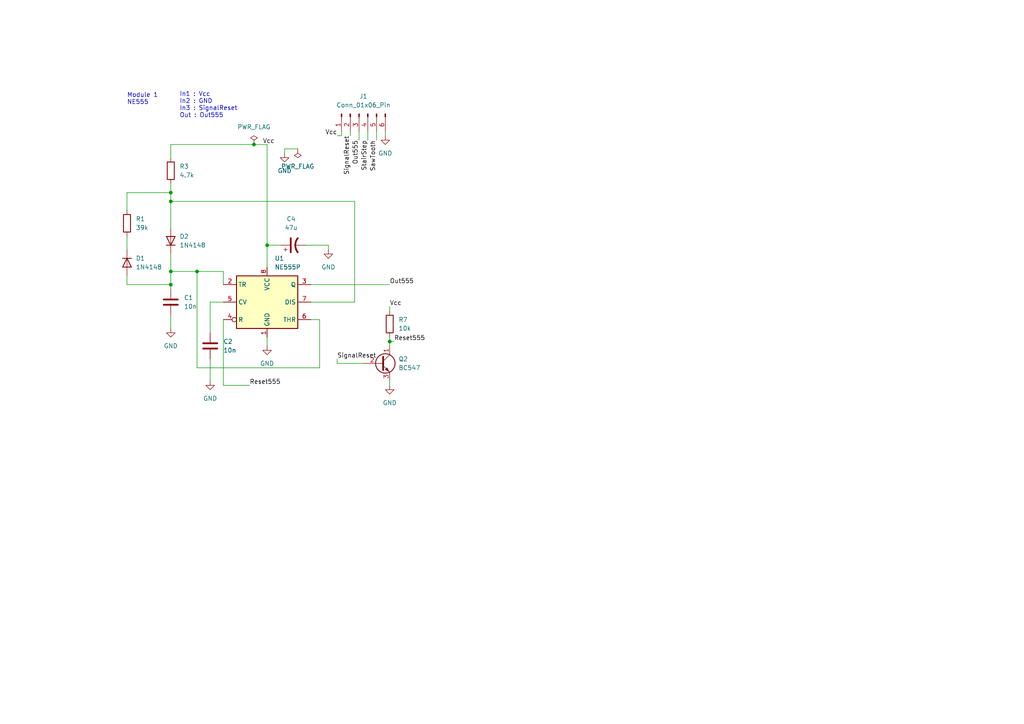
<source format=kicad_sch>
(kicad_sch (version 20230121) (generator eeschema)
  (paper "A4")
  (lib_symbols
    (symbol "Connector:Conn_01x06_Pin" (pin_names (offset 1.016) hide)
      (property "Reference" "J" (at 0 7.62 0))
      (property "Value" "Conn_01x06_Pin" (at 0 -10.16 0))
      (symbol "Conn_01x06_Pin_1_1"
        (polyline (pts (xy 1.27 -7.62) (xy 0.8636 -7.62)) (stroke (width 0.1524)))
        (polyline (pts (xy 1.27 -5.08) (xy 0.8636 -5.08)) (stroke (width 0.1524)))
        (polyline (pts (xy 1.27 -2.54) (xy 0.8636 -2.54)) (stroke (width 0.1524)))
        (polyline (pts (xy 1.27 0) (xy 0.8636 0)) (stroke (width 0.1524)))
        (polyline (pts (xy 1.27 2.54) (xy 0.8636 2.54)) (stroke (width 0.1524)))
        (polyline (pts (xy 1.27 5.08) (xy 0.8636 5.08)) (stroke (width 0.1524)))
        (rectangle (start 0.8636 -7.493) (end 0 -7.747) (stroke (width 0.1524)) (fill (type outline)))
        (rectangle (start 0.8636 -4.953) (end 0 -5.207) (stroke (width 0.1524)) (fill (type outline)))
        (rectangle (start 0.8636 -2.413) (end 0 -2.667) (stroke (width 0.1524)) (fill (type outline)))
        (rectangle (start 0.8636 0.127) (end 0 -0.127) (stroke (width 0.1524)) (fill (type outline)))
        (rectangle (start 0.8636 2.667) (end 0 2.413) (stroke (width 0.1524)) (fill (type outline)))
        (rectangle (start 0.8636 5.207) (end 0 4.953) (stroke (width 0.1524)) (fill (type outline)))
        (pin passive line (at 5.08 5.08 180) (length 3.81) (name "Pin_1") (number "1"))
        (pin passive line (at 5.08 2.54 180) (length 3.81) (name "Pin_2") (number "2"))
        (pin passive line (at 5.08 0 180) (length 3.81) (name "Pin_3") (number "3"))
        (pin passive line (at 5.08 -2.54 180) (length 3.81) (name "Pin_4") (number "4"))
        (pin passive line (at 5.08 -5.08 180) (length 3.81) (name "Pin_5") (number "5"))
        (pin passive line (at 5.08 -7.62 180) (length 3.81) (name "Pin_6") (number "6"))
      )
    )
    (symbol "Device:C" (pin_numbers hide) (pin_names (offset 0.254))
      (property "Reference" "C" (at 0.635 2.54 0))
      (property "Value" "C" (at 0.635 -2.54 0))
      (symbol "C_0_1"
        (polyline (pts (xy -2.032 -0.762) (xy 2.032 -0.762)) (stroke (width 0.508)))
        (polyline (pts (xy -2.032 0.762) (xy 2.032 0.762)) (stroke (width 0.508)))
      )
      (symbol "C_1_1"
        (pin passive line (at 0 3.81 270) (length 2.794) (name "~") (number "1"))
        (pin passive line (at 0 -3.81 90) (length 2.794) (name "~") (number "2"))
      )
    )
    (symbol "Device:C_Polarized_US" (pin_numbers hide) (pin_names (offset 0.254) hide)
      (property "Reference" "C" (at 0.635 2.54 0))
      (property "Value" "C_Polarized_US" (at 0.635 -2.54 0))
      (symbol "C_Polarized_US_0_1"
        (polyline (pts (xy -2.032 0.762) (xy 2.032 0.762)) (stroke (width 0.508)))
        (polyline (pts (xy -1.778 2.286) (xy -0.762 2.286)))
        (polyline (pts (xy -1.27 1.778) (xy -1.27 2.794)))
        (arc (start 2.032 -1.27) (mid 0 -0.5572) (end -2.032 -1.27) (stroke (width 0.508)))
      )
      (symbol "C_Polarized_US_1_1"
        (pin passive line (at 0 3.81 270) (length 2.794) (name "~") (number "1"))
        (pin passive line (at 0 -3.81 90) (length 3.302) (name "~") (number "2"))
      )
    )
    (symbol "Device:D" (pin_numbers hide) (pin_names (offset 1.016) hide)
      (property "Reference" "D" (at 0 2.54 0))
      (property "Value" "D" (at 0 -2.54 0))
      (symbol "D_0_1"
        (polyline (pts (xy -1.27 1.27) (xy -1.27 -1.27)) (stroke (width 0.254)))
        (polyline (pts (xy 1.27 0) (xy -1.27 0)))
        (polyline (pts (xy 1.27 1.27) (xy 1.27 -1.27) (xy -1.27 0) (xy 1.27 1.27)) (stroke (width 0.254)))
      )
      (symbol "D_1_1"
        (pin passive line (at -3.81 0 0) (length 2.54) (name "K") (number "1"))
        (pin passive line (at 3.81 0 180) (length 2.54) (name "A") (number "2"))
      )
    )
    (symbol "Device:R" (pin_numbers hide) (pin_names (offset 0))
      (property "Reference" "R" (at 2.032 0 90))
      (property "Value" "R" (at 0 0 90))
      (symbol "R_0_1"
        (rectangle (start -1.016 -2.54) (end 1.016 2.54) (stroke (width 0.254)))
      )
      (symbol "R_1_1"
        (pin passive line (at 0 3.81 270) (length 1.27) (name "~") (number "1"))
        (pin passive line (at 0 -3.81 90) (length 1.27) (name "~") (number "2"))
      )
    )
    (symbol "Timer:NE555P"
      (property "Reference" "U" (at -10.16 8.89 0))
      (property "Value" "NE555P" (at 2.54 8.89 0))
      (symbol "NE555P_0_0"
        (pin power_in line (at 0 -10.16 90) (length 2.54) (name "GND") (number "1"))
        (pin power_in line (at 0 10.16 270) (length 2.54) (name "VCC") (number "8"))
      )
      (symbol "NE555P_0_1"
        (rectangle (start -8.89 -7.62) (end 8.89 7.62) (stroke (width 0.254)) (fill (type background)))
        (rectangle (start -8.89 -7.62) (end 8.89 7.62) (stroke (width 0.254)) (fill (type background)))
      )
      (symbol "NE555P_1_1"
        (pin input line (at -12.7 5.08 0) (length 3.81) (name "TR") (number "2"))
        (pin output line (at 12.7 5.08 180) (length 3.81) (name "Q") (number "3"))
        (pin input inverted (at -12.7 -5.08 0) (length 3.81) (name "R") (number "4"))
        (pin input line (at -12.7 0 0) (length 3.81) (name "CV") (number "5"))
        (pin input line (at 12.7 -5.08 180) (length 3.81) (name "THR") (number "6"))
        (pin input line (at 12.7 0 180) (length 3.81) (name "DIS") (number "7"))
      )
    )
    (symbol "Transistor_BJT:BC547" (pin_names (offset 0) hide)
      (property "Reference" "Q" (at 5.08 1.905 0))
      (property "Value" "BC547" (at 5.08 0 0))
      (symbol "BC547_0_1"
        (polyline (pts (xy 0 0) (xy 0.635 0)))
        (polyline (pts (xy 0.635 0.635) (xy 2.54 2.54)))
        (polyline (pts (xy 0.635 -0.635) (xy 2.54 -2.54) (xy 2.54 -2.54)))
        (polyline (pts (xy 0.635 1.905) (xy 0.635 -1.905) (xy 0.635 -1.905)) (stroke (width 0.508)))
        (polyline (pts (xy 1.27 -1.778) (xy 1.778 -1.27) (xy 2.286 -2.286) (xy 1.27 -1.778) (xy 1.27 -1.778)) (fill (type outline)))
        (circle (center 1.27 0) (radius 2.8194) (stroke (width 0.254)))
      )
      (symbol "BC547_1_1"
        (pin passive line (at 2.54 5.08 270) (length 2.54) (name "C") (number "1"))
        (pin input line (at -5.08 0 0) (length 5.08) (name "B") (number "2"))
        (pin passive line (at 2.54 -5.08 90) (length 2.54) (name "E") (number "3"))
      )
    )
    (symbol "power:GND" (power) (pin_names (offset 0))
      (property "Value" "GND" (at 0 -3.81 0))
      (symbol "GND_0_1"
        (polyline (pts (xy 0 0) (xy 0 -1.27) (xy 1.27 -1.27) (xy 0 -2.54) (xy -1.27 -1.27) (xy 0 -1.27)))
      )
      (symbol "GND_1_1"
        (pin power_in line (at 0 0 270) (length 0) hide (name "GND") (number "1"))
      )
    )
    (symbol "power:PWR_FLAG" (power) (pin_numbers hide) (pin_names (offset 0) hide)
      (property "Value" "PWR_FLAG" (at 0 3.81 0))
      (symbol "PWR_FLAG_0_0"
        (pin power_out line (at 0 0 90) (length 0) (name "pwr") (number "1"))
      )
      (symbol "PWR_FLAG_0_1"
        (polyline (pts (xy 0 0) (xy 0 1.27) (xy -1.016 1.905) (xy 0 2.54) (xy 1.016 1.905) (xy 0 1.27)))
      )
    )
  )
  (junction (at 49.53 78.74))
  (junction (at 73.66 41.91))
  (junction (at 113.03 99.06))
  (junction (at 57.15 78.74))
  (junction (at 49.53 55.88))
  (junction (at 77.47 71.12))
  (junction (at 49.53 82.55))
  (junction (at 49.53 58.42))
  (wire (pts (xy 49.53 82.55) (xy 49.53 83.82)))
  (wire (pts (xy 49.53 73.66) (xy 49.53 78.74)))
  (wire (pts (xy 90.17 92.71) (xy 92.71 92.71)))
  (wire (pts (xy 49.53 53.34) (xy 49.53 55.88)))
  (wire (pts (xy 64.77 111.76) (xy 64.77 92.71)))
  (wire (pts (xy 77.47 97.79) (xy 77.47 100.33)))
  (wire (pts (xy 77.47 41.91) (xy 77.47 71.12)))
  (wire (pts (xy 90.17 82.55) (xy 113.03 82.55)))
  (wire (pts (xy 109.22 38.1) (xy 109.22 40.64)))
  (wire (pts (xy 57.15 78.74) (xy 57.15 106.68)))
  (wire (pts (xy 73.66 41.91) (xy 77.47 41.91)))
  (wire (pts (xy 49.53 58.42) (xy 102.87 58.42)))
  (wire (pts (xy 113.03 110.49) (xy 113.03 111.76)))
  (wire (pts (xy 49.53 78.74) (xy 49.53 82.55)))
  (wire (pts (xy 49.53 91.44) (xy 49.53 95.25)))
  (wire (pts (xy 60.96 87.63) (xy 60.96 96.52)))
  (wire (pts (xy 95.25 71.12) (xy 95.25 72.39)))
  (wire (pts (xy 104.14 38.1) (xy 104.14 40.64)))
  (wire (pts (xy 60.96 104.14) (xy 60.96 110.49)))
  (wire (pts (xy 64.77 111.76) (xy 72.39 111.76)))
  (wire (pts (xy 97.79 105.41) (xy 105.41 105.41)))
  (wire (pts (xy 82.55 43.18) (xy 82.55 44.45)))
  (wire (pts (xy 106.68 38.1) (xy 106.68 40.64)))
  (wire (pts (xy 36.83 60.96) (xy 36.83 55.88)))
  (wire (pts (xy 36.83 82.55) (xy 49.53 82.55)))
  (wire (pts (xy 64.77 87.63) (xy 60.96 87.63)))
  (wire (pts (xy 57.15 78.74) (xy 64.77 78.74)))
  (wire (pts (xy 113.03 99.06) (xy 113.03 100.33)))
  (wire (pts (xy 57.15 106.68) (xy 92.71 106.68)))
  (wire (pts (xy 113.03 97.79) (xy 113.03 99.06)))
  (wire (pts (xy 49.53 58.42) (xy 49.53 66.04)))
  (wire (pts (xy 92.71 92.71) (xy 92.71 106.68)))
  (wire (pts (xy 88.9 71.12) (xy 95.25 71.12)))
  (wire (pts (xy 49.53 55.88) (xy 49.53 58.42)))
  (wire (pts (xy 102.87 87.63) (xy 102.87 58.42)))
  (wire (pts (xy 36.83 80.01) (xy 36.83 82.55)))
  (wire (pts (xy 99.06 38.1) (xy 99.06 39.37)))
  (wire (pts (xy 111.76 38.1) (xy 111.76 39.37)))
  (wire (pts (xy 97.79 104.14) (xy 97.79 105.41)))
  (wire (pts (xy 49.53 78.74) (xy 57.15 78.74)))
  (wire (pts (xy 99.06 39.37) (xy 97.79 39.37)))
  (wire (pts (xy 64.77 82.55) (xy 64.77 78.74)))
  (wire (pts (xy 90.17 87.63) (xy 102.87 87.63)))
  (wire (pts (xy 81.28 71.12) (xy 77.47 71.12)))
  (wire (pts (xy 36.83 55.88) (xy 49.53 55.88)))
  (wire (pts (xy 86.36 43.18) (xy 82.55 43.18)))
  (wire (pts (xy 101.6 38.1) (xy 101.6 39.37)))
  (wire (pts (xy 49.53 41.91) (xy 73.66 41.91)))
  (wire (pts (xy 49.53 45.72) (xy 49.53 41.91)))
  (wire (pts (xy 36.83 68.58) (xy 36.83 72.39)))
  (wire (pts (xy 113.03 99.06) (xy 114.3 99.06)))
  (wire (pts (xy 77.47 71.12) (xy 77.47 77.47)))
  (wire (pts (xy 113.03 88.9) (xy 113.03 90.17)))
  (text "In1 : Vcc\nIn2 : GND\nIn3 : SignalReset\nOut : Out555" (at 52.07 34.29 0) (effects (font (size 1.27 1.27)) (justify left bottom)))
  (text "Module 1\nNE555" (at 36.83 30.48 0) (effects (font (size 1.27 1.27)) (justify left bottom)))
  (label "Reset555" (at 114.3 99.06 0))
  (label "Reset555" (at 72.39 111.76 0))
  (label "SignalReset" (at 101.6 39.37 270))
  (label "Vcc" (at 76.2 41.91 0))
  (label "SignalReset" (at 97.79 104.14 0))
  (label "Vcc" (at 113.03 88.9 0))
  (label "Out555" (at 104.14 40.64 270))
  (label "SawTooth" (at 109.22 40.64 270))
  (label "Out555" (at 113.03 82.55 0))
  (label "Vcc" (at 97.79 39.37 180))
  (label "StairStep" (at 106.68 40.64 270))
  (symbol (lib_id "power:GND") (at 95.25 72.39 0) (unit 1)
    (property "Reference" "#PWR010" (effects hide))
    (property "Value" "GND" (at 95.25 77.47 0))
  )
  (symbol (lib_id "power:GND") (at 113.03 111.76 0) (unit 1)
    (property "Reference" "#PWR013" (effects hide))
    (property "Value" "GND" (at 113.03 116.84 0))
  )
  (symbol (lib_id "Device:R") (at 113.03 93.98 180) (unit 1)
    (property "Reference" "R7" (at 115.57 92.71 0) (effects (justify right)))
    (property "Value" "10k" (at 115.57 95.25 0) (effects (justify right)))
    (property "Footprint" "Resistor_THT:R_Axial_DIN0411_L9.9mm_D3.6mm_P15.24mm_Horizontal" (effects hide))
  )
  (symbol (lib_id "power:GND") (at 82.55 44.45 0) (unit 1)
    (property "Reference" "#PWR08" (effects hide))
    (property "Value" "GND" (at 82.55 49.53 0))
  )
  (symbol (lib_id "Device:C_Polarized_US") (at 85.09 71.12 90) (unit 1)
    (property "Reference" "C4" (at 84.455 63.5 90))
    (property "Value" "47u" (at 84.455 66.04 90))
    (property "Footprint" "Capacitor_THT:CP_Radial_D13.0mm_P5.00mm" (effects hide))
  )
  (symbol (lib_id "Device:D") (at 49.53 69.85 90) (unit 1)
    (property "Reference" "D2" (at 52.07 68.58 90) (effects (justify right)))
    (property "Value" "1N4148" (at 52.07 71.12 90) (effects (justify right)))
    (property "Footprint" "Diode_THT:D_DO-15_P15.24mm_Horizontal" (effects hide))
    (property "Sim.Device" "D" (effects hide))
    (property "Sim.Pins" "1=K 2=A" (effects hide))
  )
  (symbol (lib_id "power:GND") (at 111.76 39.37 0) (unit 1)
    (property "Reference" "#PWR012" (effects hide))
    (property "Value" "GND" (at 111.76 44.45 0))
  )
  (symbol (lib_id "power:PWR_FLAG") (at 73.66 41.91 0) (unit 1)
    (property "Reference" "#FLG01" (effects hide))
    (property "Value" "PWR_FLAG" (at 73.66 36.83 0))
  )
  (symbol (lib_id "Device:C") (at 60.96 100.33 0) (unit 1)
    (property "Reference" "C2" (at 64.77 99.06 0) (effects (justify left)))
    (property "Value" "10n" (at 64.77 101.6 0) (effects (justify left)))
    (property "Footprint" "Capacitor_THT:C_Disc_D7.5mm_W2.5mm_P5.00mm" (effects hide))
  )
  (symbol (lib_id "Timer:NE555P") (at 77.47 87.63 0) (unit 1)
    (property "Reference" "U1" (at 79.6641 74.93 0) (effects (justify left)))
    (property "Value" "NE555P" (at 79.6641 77.47 0) (effects (justify left)))
    (property "Footprint" "Package_DIP:DIP-8_W7.62mm" (effects hide))
    (property "Datasheet" "http://www.ti.com/lit/ds/symlink/ne555.pdf" (effects hide))
  )
  (symbol (lib_id "power:GND") (at 77.47 100.33 0) (unit 1)
    (property "Reference" "#PWR06" (effects hide))
    (property "Value" "GND" (at 77.47 105.41 0))
  )
  (symbol (lib_id "Transistor_BJT:BC547") (at 110.49 105.41 0) (unit 1)
    (property "Reference" "Q2" (at 115.57 104.14 0) (effects (justify left)))
    (property "Value" "BC547" (at 115.57 106.68 0) (effects (justify left)))
    (property "Footprint" "Package_TO_SOT_THT:TO-92_Inline" (effects hide))
    (property "Datasheet" "https://www.onsemi.com/pub/Collateral/BC550-D.pdf" (effects hide))
  )
  (symbol (lib_id "power:GND") (at 60.96 110.49 0) (unit 1)
    (property "Reference" "#PWR02" (effects hide))
    (property "Value" "GND" (at 60.96 115.57 0))
  )
  (symbol (lib_id "Device:C") (at 49.53 87.63 0) (unit 1)
    (property "Reference" "C1" (at 53.34 86.36 0) (effects (justify left)))
    (property "Value" "10n" (at 53.34 88.9 0) (effects (justify left)))
    (property "Footprint" "Capacitor_THT:C_Disc_D7.5mm_W2.5mm_P5.00mm" (effects hide))
  )
  (symbol (lib_id "Device:R") (at 36.83 64.77 0) (unit 1)
    (property "Reference" "R1" (at 39.37 63.5 0) (effects (justify left)))
    (property "Value" "39k" (at 39.37 66.04 0) (effects (justify left)))
    (property "Footprint" "Resistor_THT:R_Axial_DIN0411_L9.9mm_D3.6mm_P15.24mm_Horizontal" (effects hide))
  )
  (symbol (lib_id "power:PWR_FLAG") (at 86.36 43.18 180) (unit 1)
    (property "Reference" "#FLG02" (effects hide))
    (property "Value" "PWR_FLAG" (at 86.36 48.26 0))
  )
  (symbol (lib_id "Device:R") (at 49.53 49.53 0) (unit 1)
    (property "Reference" "R3" (at 52.07 48.26 0) (effects (justify left)))
    (property "Value" "4.7k" (at 52.07 50.8 0) (effects (justify left)))
    (property "Footprint" "Resistor_THT:R_Axial_DIN0411_L9.9mm_D3.6mm_P15.24mm_Horizontal" (effects hide))
  )
  (symbol (lib_id "Device:D") (at 36.83 76.2 270) (unit 1)
    (property "Reference" "D1" (at 39.37 74.93 90) (effects (justify left)))
    (property "Value" "1N4148" (at 39.37 77.47 90) (effects (justify left)))
    (property "Footprint" "Diode_THT:D_DO-15_P15.24mm_Horizontal" (effects hide))
    (property "Sim.Device" "D" (effects hide))
    (property "Sim.Pins" "1=K 2=A" (effects hide))
  )
  (symbol (lib_id "power:GND") (at 49.53 95.25 0) (unit 1)
    (property "Reference" "#PWR01" (effects hide))
    (property "Value" "GND" (at 49.53 100.33 0))
  )
  (symbol (lib_id "Connector:Conn_01x06_Pin") (at 104.14 33.02 90) (mirror x) (unit 1)
    (property "Reference" "J1" (at 105.41 27.94 90))
    (property "Value" "Conn_01x06_Pin" (at 105.41 30.48 90))
    (property "Footprint" "Connector_PinHeader_2.54mm:PinHeader_1x06_P2.54mm_Horizontal" (effects hide))
  )
)
</source>
